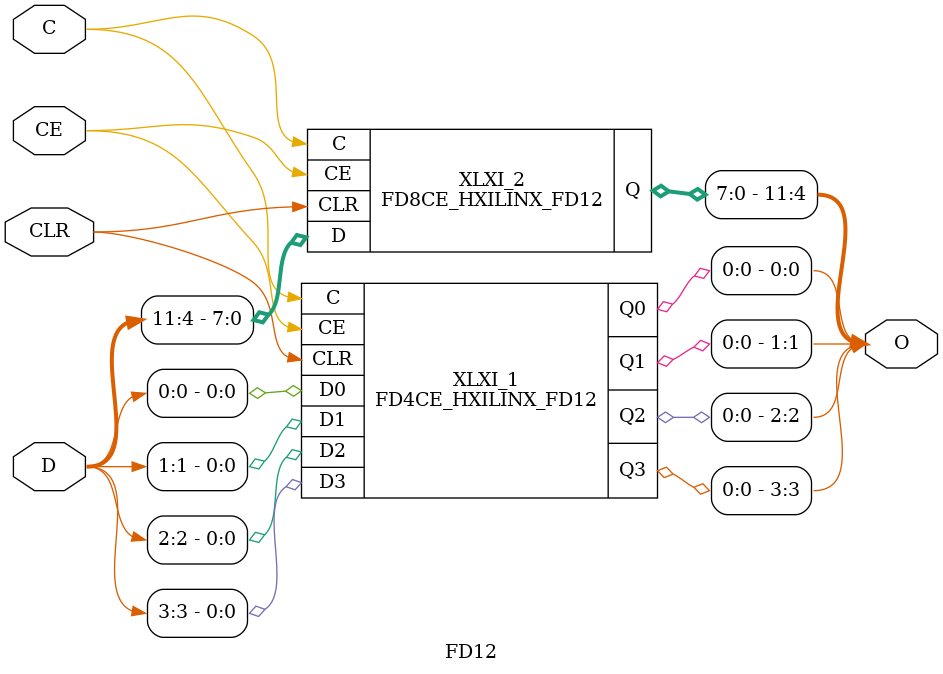
<source format=v>
`timescale 100 ps / 10 ps

module FD8CE_HXILINX_FD12(Q, C, CE, CLR, D);

   
   output [7:0]       Q;

   input 	      C;	
   input 	      CE;	
   input 	      CLR;	
   input  [7:0]       D;
   
   reg    [7:0]       Q;
   
   always @(posedge C or posedge CLR)
     begin
	if (CLR)
	  Q <= 8'b0000_0000;
	else if (CE)
          Q <= D;
     end
   
   
endmodule
`timescale 100 ps / 10 ps

module FD4CE_HXILINX_FD12(Q0, Q1, Q2, Q3, C, CE, CLR, D0, D1, D2, D3);
   
   output             Q0;
   output             Q1;
   output             Q2;
   output             Q3;

   input 	      C;	
   input 	      CE;	
   input 	      CLR;	
   input              D0;
   input              D1;
   input              D2;
   input              D3;
   
   reg                Q0;
   reg                Q1;
   reg                Q2;
   reg                Q3;
   
   always @(posedge C or posedge CLR)
     begin
	if (CLR)
	  {Q3, Q2, Q1, Q0} <= 4'b0000;
	else if (CE)
          {Q3, Q2, Q1, Q0} <= {D3, D2, D1, D0};
     end
   
   
endmodule
`timescale 1ns / 1ps

module FD12(C, 
            CE, 
            CLR, 
            D, 
            O);

    input C;
    input CE;
    input CLR;
    input [11:0] D;
   output [11:0] O;
   
   
   FD4CE_HXILINX_FD12 XLXI_1 (.C(C), 
                              .CE(CE), 
                              .CLR(CLR), 
                              .D0(D[0]), 
                              .D1(D[1]), 
                              .D2(D[2]), 
                              .D3(D[3]), 
                              .Q0(O[0]), 
                              .Q1(O[1]), 
                              .Q2(O[2]), 
                              .Q3(O[3]));
   // synthesis attribute HU_SET of XLXI_1 is "XLXI_1_0"
   FD8CE_HXILINX_FD12 XLXI_2 (.C(C), 
                              .CE(CE), 
                              .CLR(CLR), 
                              .D(D[11:4]), 
                              .Q(O[11:4]));
   // synthesis attribute HU_SET of XLXI_2 is "XLXI_2_1"
endmodule

</source>
